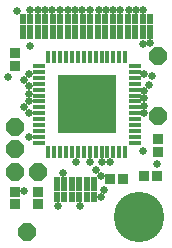
<source format=gts>
G75*
%MOIN*%
%OFA0B0*%
%FSLAX24Y24*%
%IPPOS*%
%LPD*%
%AMOC8*
5,1,8,0,0,1.08239X$1,22.5*
%
%ADD10R,0.0380X0.0350*%
%ADD11R,0.0230X0.0380*%
%ADD12R,0.0230X0.0480*%
%ADD13R,0.1970X0.1970*%
%ADD14R,0.0434X0.0178*%
%ADD15R,0.0178X0.0434*%
%ADD16R,0.0350X0.0380*%
%ADD17C,0.1680*%
%ADD18OC8,0.0600*%
%ADD19C,0.0260*%
D10*
X000755Y001860D03*
X000755Y002280D03*
X001505Y002280D03*
X001505Y001860D03*
X000755Y006480D03*
X000755Y006900D03*
X005505Y004030D03*
X005505Y003610D03*
D11*
X003380Y002095D03*
X003130Y002095D03*
X002880Y002095D03*
X002630Y002095D03*
X002380Y002095D03*
X002130Y002095D03*
X002005Y008045D03*
X001755Y008045D03*
X001505Y008045D03*
X001255Y008045D03*
X001005Y008045D03*
X002255Y008045D03*
X002505Y008045D03*
X002755Y008045D03*
X003005Y008045D03*
X003255Y008045D03*
X003505Y008045D03*
X003755Y008045D03*
X004005Y008045D03*
X004255Y008045D03*
X004505Y008045D03*
X004755Y008045D03*
X005005Y008045D03*
X005255Y008045D03*
D12*
X005255Y007595D03*
X005005Y007595D03*
X004755Y007595D03*
X004505Y007595D03*
X004255Y007595D03*
X004005Y007595D03*
X003755Y007595D03*
X003505Y007595D03*
X003255Y007595D03*
X003005Y007595D03*
X002755Y007595D03*
X002505Y007595D03*
X002255Y007595D03*
X002005Y007595D03*
X001755Y007595D03*
X001505Y007595D03*
X001255Y007595D03*
X001005Y007595D03*
X002130Y002545D03*
X002380Y002545D03*
X002630Y002545D03*
X002880Y002545D03*
X003130Y002545D03*
X003380Y002545D03*
D13*
X003130Y005195D03*
D14*
X001536Y005097D03*
X001536Y005293D03*
X001536Y005490D03*
X001536Y005687D03*
X001536Y005884D03*
X001536Y006081D03*
X001536Y006278D03*
X001536Y006475D03*
X001536Y004900D03*
X001536Y004703D03*
X001536Y004506D03*
X001536Y004309D03*
X001536Y004112D03*
X001536Y003915D03*
X004724Y003915D03*
X004724Y004112D03*
X004724Y004309D03*
X004724Y004506D03*
X004724Y004703D03*
X004724Y004900D03*
X004724Y005097D03*
X004724Y005293D03*
X004724Y005490D03*
X004724Y005687D03*
X004724Y005884D03*
X004724Y006081D03*
X004724Y006278D03*
X004724Y006475D03*
D15*
X004410Y006789D03*
X004213Y006789D03*
X004016Y006789D03*
X003819Y006789D03*
X003622Y006789D03*
X003425Y006789D03*
X003228Y006789D03*
X003032Y006789D03*
X002835Y006789D03*
X002638Y006789D03*
X002441Y006789D03*
X002244Y006789D03*
X002047Y006789D03*
X001850Y006789D03*
X001850Y003601D03*
X002047Y003601D03*
X002244Y003601D03*
X002441Y003601D03*
X002638Y003601D03*
X002835Y003601D03*
X003032Y003601D03*
X003228Y003601D03*
X003425Y003601D03*
X003622Y003601D03*
X003819Y003601D03*
X004016Y003601D03*
X004213Y003601D03*
X004410Y003601D03*
D16*
X004340Y002695D03*
X003920Y002695D03*
X005045Y002820D03*
X005465Y002820D03*
D17*
X004880Y001445D03*
D18*
X001130Y000945D03*
X000755Y002945D03*
X000755Y003695D03*
X000755Y004445D03*
X001505Y002945D03*
X005505Y004820D03*
X005505Y006820D03*
D19*
X005255Y007235D03*
X005015Y007195D03*
X005055Y006195D03*
X005295Y006155D03*
X005215Y005835D03*
X005055Y005635D03*
X005055Y005395D03*
X005055Y005155D03*
X005055Y004915D03*
X005005Y003650D03*
X005485Y003210D03*
X003895Y003275D03*
X003655Y003275D03*
X003455Y002995D03*
X003615Y002795D03*
X003695Y002355D03*
X003615Y002115D03*
X002895Y001795D03*
X002175Y001795D03*
X002335Y002915D03*
X002775Y003275D03*
X003255Y003275D03*
X001215Y004115D03*
X001215Y004915D03*
X001055Y005115D03*
X001215Y005315D03*
X001215Y005555D03*
X001215Y005795D03*
X001055Y005995D03*
X001215Y006195D03*
X001255Y007155D03*
X000505Y006120D03*
X000815Y008315D03*
X001255Y008355D03*
X001495Y008355D03*
X001735Y008355D03*
X001975Y008355D03*
X002255Y008355D03*
X002495Y008355D03*
X002735Y008355D03*
X002975Y008355D03*
X003255Y008355D03*
X003535Y008355D03*
X003775Y008355D03*
X004015Y008355D03*
X004255Y008355D03*
X004535Y008355D03*
X004775Y008355D03*
X005015Y008355D03*
X001055Y002315D03*
M02*

</source>
